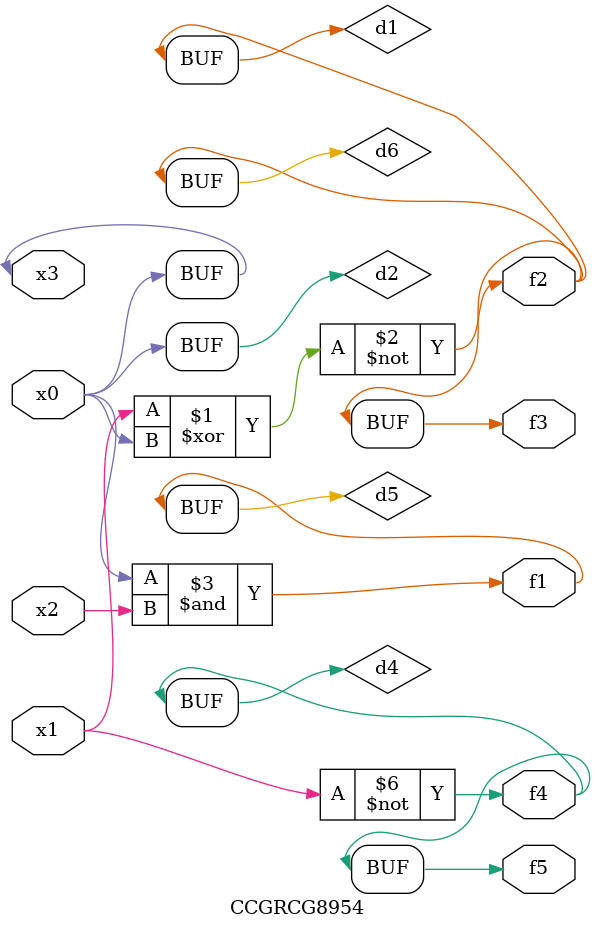
<source format=v>
module CCGRCG8954(
	input x0, x1, x2, x3,
	output f1, f2, f3, f4, f5
);

	wire d1, d2, d3, d4, d5, d6;

	xnor (d1, x1, x3);
	buf (d2, x0, x3);
	nand (d3, x0, x2);
	not (d4, x1);
	nand (d5, d3);
	or (d6, d1);
	assign f1 = d5;
	assign f2 = d6;
	assign f3 = d6;
	assign f4 = d4;
	assign f5 = d4;
endmodule

</source>
